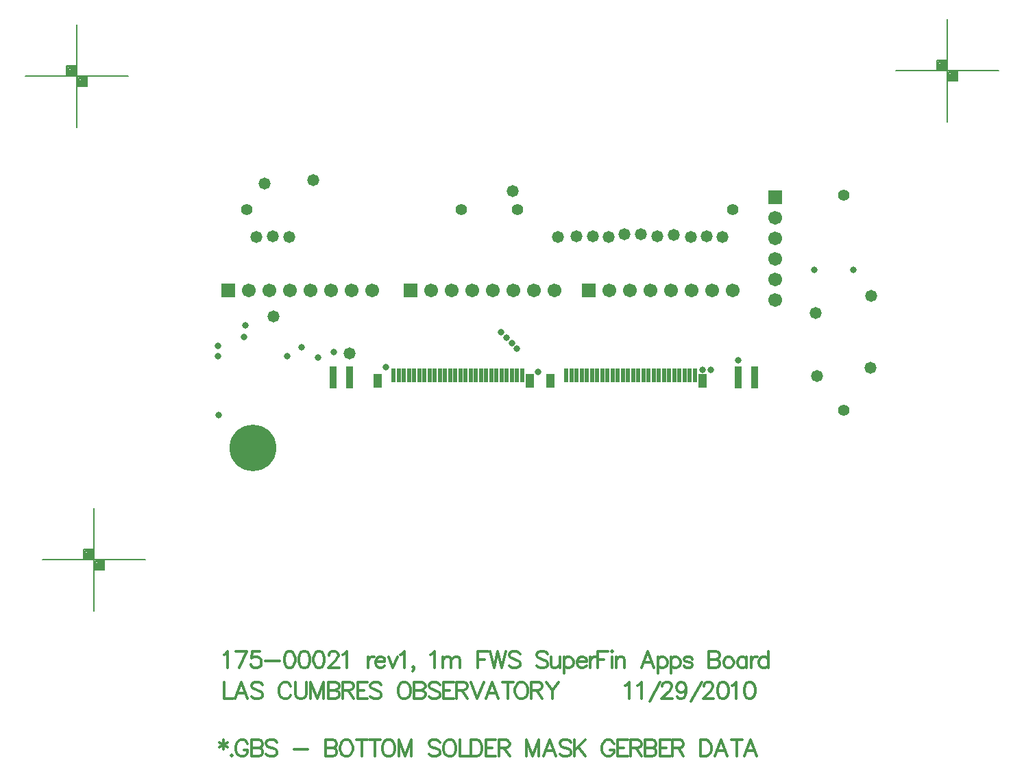
<source format=gbs>
%FSLAX23Y23*%
%MOIN*%
G70*
G01*
G75*
G04 Layer_Color=16711935*
%ADD10O,0.079X0.024*%
%ADD11R,0.017X0.045*%
%ADD12R,0.014X0.060*%
%ADD13R,0.030X0.100*%
%ADD14R,0.031X0.060*%
%ADD15R,0.022X0.085*%
%ADD16R,0.039X0.059*%
%ADD17R,0.085X0.022*%
%ADD18C,0.020*%
%ADD19C,0.010*%
%ADD20C,0.025*%
%ADD21C,0.050*%
%ADD22C,0.005*%
%ADD23C,0.012*%
%ADD24C,0.008*%
%ADD25C,0.012*%
%ADD26C,0.012*%
%ADD27C,0.059*%
%ADD28R,0.059X0.059*%
%ADD29R,0.059X0.059*%
%ADD30C,0.047*%
%ADD31C,0.219*%
%ADD32C,0.050*%
%ADD33C,0.024*%
%ADD34C,0.040*%
%ADD35C,0.075*%
%ADD36C,0.087*%
%ADD37C,0.206*%
%ADD38C,0.068*%
G04:AMPARAMS|DCode=39|XSize=88mil|YSize=88mil|CornerRadius=0mil|HoleSize=0mil|Usage=FLASHONLY|Rotation=0.000|XOffset=0mil|YOffset=0mil|HoleType=Round|Shape=Relief|Width=10mil|Gap=10mil|Entries=4|*
%AMTHD39*
7,0,0,0.088,0.068,0.010,45*
%
%ADD39THD39*%
G04:AMPARAMS|DCode=40|XSize=70mil|YSize=70mil|CornerRadius=0mil|HoleSize=0mil|Usage=FLASHONLY|Rotation=0.000|XOffset=0mil|YOffset=0mil|HoleType=Round|Shape=Relief|Width=10mil|Gap=10mil|Entries=4|*
%AMTHD40*
7,0,0,0.070,0.050,0.010,45*
%
%ADD40THD40*%
%ADD41C,0.010*%
%ADD42C,0.008*%
%ADD43C,0.007*%
%ADD44R,0.224X0.139*%
%ADD45O,0.087X0.032*%
%ADD46R,0.025X0.053*%
%ADD47R,0.022X0.068*%
%ADD48R,0.038X0.108*%
%ADD49R,0.039X0.068*%
%ADD50R,0.030X0.093*%
%ADD51R,0.047X0.067*%
%ADD52R,0.093X0.030*%
%ADD53C,0.067*%
%ADD54R,0.067X0.067*%
%ADD55R,0.067X0.067*%
%ADD56C,0.055*%
%ADD57C,0.227*%
%ADD58C,0.058*%
%ADD59C,0.032*%
D23*
X31156Y16829D02*
Y16783D01*
X31137Y16817D02*
X31175Y16794D01*
Y16817D02*
X31137Y16794D01*
X31196Y16756D02*
X31192Y16753D01*
X31196Y16749D01*
X31199Y16753D01*
X31196Y16756D01*
X31274Y16810D02*
X31270Y16817D01*
X31263Y16825D01*
X31255Y16829D01*
X31240D01*
X31232Y16825D01*
X31224Y16817D01*
X31221Y16810D01*
X31217Y16798D01*
Y16779D01*
X31221Y16768D01*
X31224Y16760D01*
X31232Y16753D01*
X31240Y16749D01*
X31255D01*
X31263Y16753D01*
X31270Y16760D01*
X31274Y16768D01*
Y16779D01*
X31255D02*
X31274D01*
X31292Y16829D02*
Y16749D01*
Y16829D02*
X31327D01*
X31338Y16825D01*
X31342Y16821D01*
X31346Y16814D01*
Y16806D01*
X31342Y16798D01*
X31338Y16794D01*
X31327Y16791D01*
X31292D02*
X31327D01*
X31338Y16787D01*
X31342Y16783D01*
X31346Y16775D01*
Y16764D01*
X31342Y16756D01*
X31338Y16753D01*
X31327Y16749D01*
X31292D01*
X31417Y16817D02*
X31409Y16825D01*
X31398Y16829D01*
X31383D01*
X31371Y16825D01*
X31363Y16817D01*
Y16810D01*
X31367Y16802D01*
X31371Y16798D01*
X31379Y16794D01*
X31402Y16787D01*
X31409Y16783D01*
X31413Y16779D01*
X31417Y16772D01*
Y16760D01*
X31409Y16753D01*
X31398Y16749D01*
X31383D01*
X31371Y16753D01*
X31363Y16760D01*
X31498Y16783D02*
X31566D01*
X31653Y16829D02*
Y16749D01*
Y16829D02*
X31687D01*
X31698Y16825D01*
X31702Y16821D01*
X31706Y16814D01*
Y16806D01*
X31702Y16798D01*
X31698Y16794D01*
X31687Y16791D01*
X31653D02*
X31687D01*
X31698Y16787D01*
X31702Y16783D01*
X31706Y16775D01*
Y16764D01*
X31702Y16756D01*
X31698Y16753D01*
X31687Y16749D01*
X31653D01*
X31747Y16829D02*
X31739Y16825D01*
X31731Y16817D01*
X31728Y16810D01*
X31724Y16798D01*
Y16779D01*
X31728Y16768D01*
X31731Y16760D01*
X31739Y16753D01*
X31747Y16749D01*
X31762D01*
X31770Y16753D01*
X31777Y16760D01*
X31781Y16768D01*
X31785Y16779D01*
Y16798D01*
X31781Y16810D01*
X31777Y16817D01*
X31770Y16825D01*
X31762Y16829D01*
X31747D01*
X31830D02*
Y16749D01*
X31803Y16829D02*
X31857D01*
X31893D02*
Y16749D01*
X31866Y16829D02*
X31920D01*
X31952D02*
X31944Y16825D01*
X31937Y16817D01*
X31933Y16810D01*
X31929Y16798D01*
Y16779D01*
X31933Y16768D01*
X31937Y16760D01*
X31944Y16753D01*
X31952Y16749D01*
X31967D01*
X31975Y16753D01*
X31982Y16760D01*
X31986Y16768D01*
X31990Y16779D01*
Y16798D01*
X31986Y16810D01*
X31982Y16817D01*
X31975Y16825D01*
X31967Y16829D01*
X31952D01*
X32009D02*
Y16749D01*
Y16829D02*
X32039Y16749D01*
X32070Y16829D02*
X32039Y16749D01*
X32070Y16829D02*
Y16749D01*
X32209Y16817D02*
X32201Y16825D01*
X32190Y16829D01*
X32174D01*
X32163Y16825D01*
X32155Y16817D01*
Y16810D01*
X32159Y16802D01*
X32163Y16798D01*
X32171Y16794D01*
X32193Y16787D01*
X32201Y16783D01*
X32205Y16779D01*
X32209Y16772D01*
Y16760D01*
X32201Y16753D01*
X32190Y16749D01*
X32174D01*
X32163Y16753D01*
X32155Y16760D01*
X32249Y16829D02*
X32242Y16825D01*
X32234Y16817D01*
X32230Y16810D01*
X32227Y16798D01*
Y16779D01*
X32230Y16768D01*
X32234Y16760D01*
X32242Y16753D01*
X32249Y16749D01*
X32265D01*
X32272Y16753D01*
X32280Y16760D01*
X32284Y16768D01*
X32287Y16779D01*
Y16798D01*
X32284Y16810D01*
X32280Y16817D01*
X32272Y16825D01*
X32265Y16829D01*
X32249D01*
X32306D02*
Y16749D01*
X32352D01*
X32361Y16829D02*
Y16749D01*
Y16829D02*
X32387D01*
X32399Y16825D01*
X32406Y16817D01*
X32410Y16810D01*
X32414Y16798D01*
Y16779D01*
X32410Y16768D01*
X32406Y16760D01*
X32399Y16753D01*
X32387Y16749D01*
X32361D01*
X32481Y16829D02*
X32432D01*
Y16749D01*
X32481D01*
X32432Y16791D02*
X32462D01*
X32495Y16829D02*
Y16749D01*
Y16829D02*
X32529D01*
X32540Y16825D01*
X32544Y16821D01*
X32548Y16814D01*
Y16806D01*
X32544Y16798D01*
X32540Y16794D01*
X32529Y16791D01*
X32495D01*
X32521D02*
X32548Y16749D01*
X32629Y16829D02*
Y16749D01*
Y16829D02*
X32659Y16749D01*
X32690Y16829D02*
X32659Y16749D01*
X32690Y16829D02*
Y16749D01*
X32773D02*
X32743Y16829D01*
X32713Y16749D01*
X32724Y16775D02*
X32762D01*
X32845Y16817D02*
X32838Y16825D01*
X32826Y16829D01*
X32811D01*
X32800Y16825D01*
X32792Y16817D01*
Y16810D01*
X32796Y16802D01*
X32800Y16798D01*
X32807Y16794D01*
X32830Y16787D01*
X32838Y16783D01*
X32842Y16779D01*
X32845Y16772D01*
Y16760D01*
X32838Y16753D01*
X32826Y16749D01*
X32811D01*
X32800Y16753D01*
X32792Y16760D01*
X32863Y16829D02*
Y16749D01*
X32917Y16829D02*
X32863Y16775D01*
X32882Y16794D02*
X32917Y16749D01*
X33055Y16810D02*
X33051Y16817D01*
X33043Y16825D01*
X33036Y16829D01*
X33020D01*
X33013Y16825D01*
X33005Y16817D01*
X33001Y16810D01*
X32997Y16798D01*
Y16779D01*
X33001Y16768D01*
X33005Y16760D01*
X33013Y16753D01*
X33020Y16749D01*
X33036D01*
X33043Y16753D01*
X33051Y16760D01*
X33055Y16768D01*
Y16779D01*
X33036D02*
X33055D01*
X33122Y16829D02*
X33073D01*
Y16749D01*
X33122D01*
X33073Y16791D02*
X33103D01*
X33136Y16829D02*
Y16749D01*
Y16829D02*
X33170D01*
X33181Y16825D01*
X33185Y16821D01*
X33189Y16814D01*
Y16806D01*
X33185Y16798D01*
X33181Y16794D01*
X33170Y16791D01*
X33136D01*
X33162D02*
X33189Y16749D01*
X33207Y16829D02*
Y16749D01*
Y16829D02*
X33241D01*
X33253Y16825D01*
X33256Y16821D01*
X33260Y16814D01*
Y16806D01*
X33256Y16798D01*
X33253Y16794D01*
X33241Y16791D01*
X33207D02*
X33241D01*
X33253Y16787D01*
X33256Y16783D01*
X33260Y16775D01*
Y16764D01*
X33256Y16756D01*
X33253Y16753D01*
X33241Y16749D01*
X33207D01*
X33328Y16829D02*
X33278D01*
Y16749D01*
X33328D01*
X33278Y16791D02*
X33309D01*
X33341Y16829D02*
Y16749D01*
Y16829D02*
X33375D01*
X33387Y16825D01*
X33390Y16821D01*
X33394Y16814D01*
Y16806D01*
X33390Y16798D01*
X33387Y16794D01*
X33375Y16791D01*
X33341D01*
X33368D02*
X33394Y16749D01*
X33475Y16829D02*
Y16749D01*
Y16829D02*
X33502D01*
X33513Y16825D01*
X33521Y16817D01*
X33525Y16810D01*
X33528Y16798D01*
Y16779D01*
X33525Y16768D01*
X33521Y16760D01*
X33513Y16753D01*
X33502Y16749D01*
X33475D01*
X33607D02*
X33577Y16829D01*
X33546Y16749D01*
X33558Y16775D02*
X33596D01*
X33653Y16829D02*
Y16749D01*
X33626Y16829D02*
X33679D01*
X33750Y16749D02*
X33719Y16829D01*
X33689Y16749D01*
X33700Y16775D02*
X33738D01*
D24*
X34427Y20086D02*
X34927D01*
X34677Y19836D02*
Y20336D01*
X34627Y20086D02*
Y20136D01*
X34677D01*
X34727Y20036D02*
Y20086D01*
X34677Y20036D02*
X34727D01*
X34682Y20081D02*
X34722D01*
Y20041D02*
Y20081D01*
X34682Y20041D02*
X34722D01*
X34682D02*
Y20081D01*
X34687Y20076D02*
X34717D01*
Y20046D02*
Y20076D01*
X34687Y20046D02*
X34717D01*
X34687D02*
Y20071D01*
X34692D02*
X34712D01*
Y20051D02*
Y20071D01*
X34692Y20051D02*
X34712D01*
X34692D02*
Y20066D01*
X34697D02*
X34707D01*
Y20056D02*
Y20066D01*
X34697Y20056D02*
X34707D01*
X34697D02*
Y20066D01*
Y20061D02*
X34707D01*
X34632Y20131D02*
X34672D01*
Y20091D02*
Y20131D01*
X34632Y20091D02*
X34672D01*
X34632D02*
Y20131D01*
X34637Y20126D02*
X34667D01*
Y20096D02*
Y20126D01*
X34637Y20096D02*
X34667D01*
X34637D02*
Y20121D01*
X34642D02*
X34662D01*
Y20101D02*
Y20121D01*
X34642Y20101D02*
X34662D01*
X34642D02*
Y20116D01*
X34647D02*
X34657D01*
Y20106D02*
Y20116D01*
X34647Y20106D02*
X34657D01*
X34647D02*
Y20116D01*
Y20111D02*
X34657D01*
X30192Y20061D02*
X30692D01*
X30442Y19811D02*
Y20311D01*
X30392Y20061D02*
Y20111D01*
X30442D01*
X30492Y20011D02*
Y20061D01*
X30442Y20011D02*
X30492D01*
X30447Y20056D02*
X30487D01*
Y20016D02*
Y20056D01*
X30447Y20016D02*
X30487D01*
X30447D02*
Y20056D01*
X30452Y20051D02*
X30482D01*
Y20021D02*
Y20051D01*
X30452Y20021D02*
X30482D01*
X30452D02*
Y20046D01*
X30457D02*
X30477D01*
Y20026D02*
Y20046D01*
X30457Y20026D02*
X30477D01*
X30457D02*
Y20041D01*
X30462D02*
X30472D01*
Y20031D02*
Y20041D01*
X30462Y20031D02*
X30472D01*
X30462D02*
Y20041D01*
Y20036D02*
X30472D01*
X30397Y20106D02*
X30437D01*
Y20066D02*
Y20106D01*
X30397Y20066D02*
X30437D01*
X30397D02*
Y20106D01*
X30402Y20101D02*
X30432D01*
Y20071D02*
Y20101D01*
X30402Y20071D02*
X30432D01*
X30402D02*
Y20096D01*
X30407D02*
X30427D01*
Y20076D02*
Y20096D01*
X30407Y20076D02*
X30427D01*
X30407D02*
Y20091D01*
X30412D02*
X30422D01*
Y20081D02*
Y20091D01*
X30412Y20081D02*
X30422D01*
X30412D02*
Y20091D01*
Y20086D02*
X30422D01*
X30277Y17706D02*
X30777D01*
X30527Y17456D02*
Y17956D01*
X30477Y17706D02*
Y17756D01*
X30527D01*
X30577Y17656D02*
Y17706D01*
X30527Y17656D02*
X30577D01*
X30532Y17701D02*
X30572D01*
Y17661D02*
Y17701D01*
X30532Y17661D02*
X30572D01*
X30532D02*
Y17701D01*
X30537Y17696D02*
X30567D01*
Y17666D02*
Y17696D01*
X30537Y17666D02*
X30567D01*
X30537D02*
Y17691D01*
X30542D02*
X30562D01*
Y17671D02*
Y17691D01*
X30542Y17671D02*
X30562D01*
X30542D02*
Y17686D01*
X30547D02*
X30557D01*
Y17676D02*
Y17686D01*
X30547Y17676D02*
X30557D01*
X30547D02*
Y17686D01*
Y17681D02*
X30557D01*
X30482Y17751D02*
X30522D01*
Y17711D02*
Y17751D01*
X30482Y17711D02*
X30522D01*
X30482D02*
Y17751D01*
X30487Y17746D02*
X30517D01*
Y17716D02*
Y17746D01*
X30487Y17716D02*
X30517D01*
X30487D02*
Y17741D01*
X30492D02*
X30512D01*
Y17721D02*
Y17741D01*
X30492Y17721D02*
X30512D01*
X30492D02*
Y17736D01*
X30497D02*
X30507D01*
Y17726D02*
Y17736D01*
X30497Y17726D02*
X30507D01*
X30497D02*
Y17736D01*
Y17731D02*
X30507D01*
D25*
X31158Y17244D02*
X31166Y17248D01*
X31177Y17259D01*
Y17179D01*
X31270Y17259D02*
X31232Y17179D01*
X31217Y17259D02*
X31270D01*
X31334D02*
X31296D01*
X31292Y17225D01*
X31296Y17229D01*
X31307Y17233D01*
X31319D01*
X31330Y17229D01*
X31338Y17221D01*
X31341Y17210D01*
Y17202D01*
X31338Y17191D01*
X31330Y17183D01*
X31319Y17179D01*
X31307D01*
X31296Y17183D01*
X31292Y17187D01*
X31288Y17195D01*
X31359Y17214D02*
X31428D01*
X31474Y17259D02*
X31463Y17256D01*
X31455Y17244D01*
X31452Y17225D01*
Y17214D01*
X31455Y17195D01*
X31463Y17183D01*
X31474Y17179D01*
X31482D01*
X31493Y17183D01*
X31501Y17195D01*
X31505Y17214D01*
Y17225D01*
X31501Y17244D01*
X31493Y17256D01*
X31482Y17259D01*
X31474D01*
X31546D02*
X31534Y17256D01*
X31527Y17244D01*
X31523Y17225D01*
Y17214D01*
X31527Y17195D01*
X31534Y17183D01*
X31546Y17179D01*
X31553D01*
X31565Y17183D01*
X31572Y17195D01*
X31576Y17214D01*
Y17225D01*
X31572Y17244D01*
X31565Y17256D01*
X31553Y17259D01*
X31546D01*
X31617D02*
X31605Y17256D01*
X31598Y17244D01*
X31594Y17225D01*
Y17214D01*
X31598Y17195D01*
X31605Y17183D01*
X31617Y17179D01*
X31624D01*
X31636Y17183D01*
X31644Y17195D01*
X31647Y17214D01*
Y17225D01*
X31644Y17244D01*
X31636Y17256D01*
X31624Y17259D01*
X31617D01*
X31669Y17240D02*
Y17244D01*
X31673Y17252D01*
X31677Y17256D01*
X31684Y17259D01*
X31700D01*
X31707Y17256D01*
X31711Y17252D01*
X31715Y17244D01*
Y17237D01*
X31711Y17229D01*
X31703Y17217D01*
X31665Y17179D01*
X31719D01*
X31736Y17244D02*
X31744Y17248D01*
X31755Y17259D01*
Y17179D01*
X31858Y17233D02*
Y17179D01*
Y17210D02*
X31862Y17221D01*
X31869Y17229D01*
X31877Y17233D01*
X31888D01*
X31896Y17210D02*
X31941D01*
Y17217D01*
X31938Y17225D01*
X31934Y17229D01*
X31926Y17233D01*
X31915D01*
X31907Y17229D01*
X31899Y17221D01*
X31896Y17210D01*
Y17202D01*
X31899Y17191D01*
X31907Y17183D01*
X31915Y17179D01*
X31926D01*
X31934Y17183D01*
X31941Y17191D01*
X31958Y17233D02*
X31981Y17179D01*
X32004Y17233D02*
X31981Y17179D01*
X32017Y17244D02*
X32025Y17248D01*
X32036Y17259D01*
Y17179D01*
X32083Y17183D02*
X32080Y17179D01*
X32076Y17183D01*
X32080Y17187D01*
X32083Y17183D01*
Y17176D01*
X32080Y17168D01*
X32076Y17164D01*
X32164Y17244D02*
X32171Y17248D01*
X32183Y17259D01*
Y17179D01*
X32222Y17233D02*
Y17179D01*
Y17217D02*
X32234Y17229D01*
X32241Y17233D01*
X32253D01*
X32261Y17229D01*
X32264Y17217D01*
Y17179D01*
Y17217D02*
X32276Y17229D01*
X32283Y17233D01*
X32295D01*
X32302Y17229D01*
X32306Y17217D01*
Y17179D01*
X32394Y17259D02*
Y17179D01*
Y17259D02*
X32444D01*
X32394Y17221D02*
X32425D01*
X32453Y17259D02*
X32472Y17179D01*
X32491Y17259D02*
X32472Y17179D01*
X32491Y17259D02*
X32510Y17179D01*
X32529Y17259D02*
X32510Y17179D01*
X32598Y17248D02*
X32591Y17256D01*
X32579Y17259D01*
X32564D01*
X32553Y17256D01*
X32545Y17248D01*
Y17240D01*
X32549Y17233D01*
X32553Y17229D01*
X32560Y17225D01*
X32583Y17217D01*
X32591Y17214D01*
X32595Y17210D01*
X32598Y17202D01*
Y17191D01*
X32591Y17183D01*
X32579Y17179D01*
X32564D01*
X32553Y17183D01*
X32545Y17191D01*
X32732Y17248D02*
X32725Y17256D01*
X32713Y17259D01*
X32698D01*
X32687Y17256D01*
X32679Y17248D01*
Y17240D01*
X32683Y17233D01*
X32687Y17229D01*
X32694Y17225D01*
X32717Y17217D01*
X32725Y17214D01*
X32729Y17210D01*
X32732Y17202D01*
Y17191D01*
X32725Y17183D01*
X32713Y17179D01*
X32698D01*
X32687Y17183D01*
X32679Y17191D01*
X32750Y17233D02*
Y17195D01*
X32754Y17183D01*
X32762Y17179D01*
X32773D01*
X32781Y17183D01*
X32792Y17195D01*
Y17233D02*
Y17179D01*
X32813Y17233D02*
Y17153D01*
Y17221D02*
X32821Y17229D01*
X32828Y17233D01*
X32840D01*
X32847Y17229D01*
X32855Y17221D01*
X32859Y17210D01*
Y17202D01*
X32855Y17191D01*
X32847Y17183D01*
X32840Y17179D01*
X32828D01*
X32821Y17183D01*
X32813Y17191D01*
X32876Y17210D02*
X32922D01*
Y17217D01*
X32918Y17225D01*
X32914Y17229D01*
X32906Y17233D01*
X32895D01*
X32887Y17229D01*
X32880Y17221D01*
X32876Y17210D01*
Y17202D01*
X32880Y17191D01*
X32887Y17183D01*
X32895Y17179D01*
X32906D01*
X32914Y17183D01*
X32922Y17191D01*
X32939Y17233D02*
Y17179D01*
Y17210D02*
X32943Y17221D01*
X32950Y17229D01*
X32958Y17233D01*
X32969D01*
X32977Y17259D02*
Y17179D01*
Y17259D02*
X33026D01*
X32977Y17221D02*
X33007D01*
X33043Y17259D02*
X33047Y17256D01*
X33050Y17259D01*
X33047Y17263D01*
X33043Y17259D01*
X33047Y17233D02*
Y17179D01*
X33065Y17233D02*
Y17179D01*
Y17217D02*
X33076Y17229D01*
X33084Y17233D01*
X33095D01*
X33103Y17229D01*
X33106Y17217D01*
Y17179D01*
X33251D02*
X33221Y17259D01*
X33190Y17179D01*
X33202Y17206D02*
X33240D01*
X33270Y17233D02*
Y17153D01*
Y17221D02*
X33277Y17229D01*
X33285Y17233D01*
X33297D01*
X33304Y17229D01*
X33312Y17221D01*
X33316Y17210D01*
Y17202D01*
X33312Y17191D01*
X33304Y17183D01*
X33297Y17179D01*
X33285D01*
X33277Y17183D01*
X33270Y17191D01*
X33333Y17233D02*
Y17153D01*
Y17221D02*
X33340Y17229D01*
X33348Y17233D01*
X33359D01*
X33367Y17229D01*
X33375Y17221D01*
X33378Y17210D01*
Y17202D01*
X33375Y17191D01*
X33367Y17183D01*
X33359Y17179D01*
X33348D01*
X33340Y17183D01*
X33333Y17191D01*
X33437Y17221D02*
X33434Y17229D01*
X33422Y17233D01*
X33411D01*
X33399Y17229D01*
X33396Y17221D01*
X33399Y17214D01*
X33407Y17210D01*
X33426Y17206D01*
X33434Y17202D01*
X33437Y17195D01*
Y17191D01*
X33434Y17183D01*
X33422Y17179D01*
X33411D01*
X33399Y17183D01*
X33396Y17191D01*
X33517Y17259D02*
Y17179D01*
Y17259D02*
X33551D01*
X33563Y17256D01*
X33567Y17252D01*
X33570Y17244D01*
Y17237D01*
X33567Y17229D01*
X33563Y17225D01*
X33551Y17221D01*
X33517D02*
X33551D01*
X33563Y17217D01*
X33567Y17214D01*
X33570Y17206D01*
Y17195D01*
X33567Y17187D01*
X33563Y17183D01*
X33551Y17179D01*
X33517D01*
X33607Y17233D02*
X33600Y17229D01*
X33592Y17221D01*
X33588Y17210D01*
Y17202D01*
X33592Y17191D01*
X33600Y17183D01*
X33607Y17179D01*
X33619D01*
X33626Y17183D01*
X33634Y17191D01*
X33638Y17202D01*
Y17210D01*
X33634Y17221D01*
X33626Y17229D01*
X33619Y17233D01*
X33607D01*
X33701D02*
Y17179D01*
Y17221D02*
X33693Y17229D01*
X33686Y17233D01*
X33674D01*
X33667Y17229D01*
X33659Y17221D01*
X33655Y17210D01*
Y17202D01*
X33659Y17191D01*
X33667Y17183D01*
X33674Y17179D01*
X33686D01*
X33693Y17183D01*
X33701Y17191D01*
X33722Y17233D02*
Y17179D01*
Y17210D02*
X33726Y17221D01*
X33734Y17229D01*
X33741Y17233D01*
X33753D01*
X33806Y17259D02*
Y17179D01*
Y17221D02*
X33798Y17229D01*
X33790Y17233D01*
X33779D01*
X33771Y17229D01*
X33764Y17221D01*
X33760Y17210D01*
Y17202D01*
X33764Y17191D01*
X33771Y17183D01*
X33779Y17179D01*
X33790D01*
X33798Y17183D01*
X33806Y17191D01*
D26*
X31158Y17109D02*
Y17029D01*
X31204D01*
X31274D02*
X31243Y17109D01*
X31213Y17029D01*
X31224Y17056D02*
X31262D01*
X31346Y17098D02*
X31338Y17106D01*
X31327Y17109D01*
X31311D01*
X31300Y17106D01*
X31292Y17098D01*
Y17090D01*
X31296Y17083D01*
X31300Y17079D01*
X31308Y17075D01*
X31330Y17067D01*
X31338Y17064D01*
X31342Y17060D01*
X31346Y17052D01*
Y17041D01*
X31338Y17033D01*
X31327Y17029D01*
X31311D01*
X31300Y17033D01*
X31292Y17041D01*
X31484Y17090D02*
X31480Y17098D01*
X31472Y17106D01*
X31465Y17109D01*
X31449D01*
X31442Y17106D01*
X31434Y17098D01*
X31430Y17090D01*
X31426Y17079D01*
Y17060D01*
X31430Y17048D01*
X31434Y17041D01*
X31442Y17033D01*
X31449Y17029D01*
X31465D01*
X31472Y17033D01*
X31480Y17041D01*
X31484Y17048D01*
X31506Y17109D02*
Y17052D01*
X31510Y17041D01*
X31517Y17033D01*
X31529Y17029D01*
X31536D01*
X31548Y17033D01*
X31556Y17041D01*
X31559Y17052D01*
Y17109D01*
X31581D02*
Y17029D01*
Y17109D02*
X31612Y17029D01*
X31642Y17109D02*
X31612Y17029D01*
X31642Y17109D02*
Y17029D01*
X31665Y17109D02*
Y17029D01*
Y17109D02*
X31700D01*
X31711Y17106D01*
X31715Y17102D01*
X31719Y17094D01*
Y17086D01*
X31715Y17079D01*
X31711Y17075D01*
X31700Y17071D01*
X31665D02*
X31700D01*
X31711Y17067D01*
X31715Y17064D01*
X31719Y17056D01*
Y17045D01*
X31715Y17037D01*
X31711Y17033D01*
X31700Y17029D01*
X31665D01*
X31736Y17109D02*
Y17029D01*
Y17109D02*
X31771D01*
X31782Y17106D01*
X31786Y17102D01*
X31790Y17094D01*
Y17086D01*
X31786Y17079D01*
X31782Y17075D01*
X31771Y17071D01*
X31736D01*
X31763D02*
X31790Y17029D01*
X31857Y17109D02*
X31808D01*
Y17029D01*
X31857D01*
X31808Y17071D02*
X31838D01*
X31924Y17098D02*
X31916Y17106D01*
X31905Y17109D01*
X31890D01*
X31878Y17106D01*
X31871Y17098D01*
Y17090D01*
X31874Y17083D01*
X31878Y17079D01*
X31886Y17075D01*
X31909Y17067D01*
X31916Y17064D01*
X31920Y17060D01*
X31924Y17052D01*
Y17041D01*
X31916Y17033D01*
X31905Y17029D01*
X31890D01*
X31878Y17033D01*
X31871Y17041D01*
X32027Y17109D02*
X32020Y17106D01*
X32012Y17098D01*
X32008Y17090D01*
X32005Y17079D01*
Y17060D01*
X32008Y17048D01*
X32012Y17041D01*
X32020Y17033D01*
X32027Y17029D01*
X32043D01*
X32050Y17033D01*
X32058Y17041D01*
X32062Y17048D01*
X32066Y17060D01*
Y17079D01*
X32062Y17090D01*
X32058Y17098D01*
X32050Y17106D01*
X32043Y17109D01*
X32027D01*
X32084D02*
Y17029D01*
Y17109D02*
X32118D01*
X32130Y17106D01*
X32134Y17102D01*
X32138Y17094D01*
Y17086D01*
X32134Y17079D01*
X32130Y17075D01*
X32118Y17071D01*
X32084D02*
X32118D01*
X32130Y17067D01*
X32134Y17064D01*
X32138Y17056D01*
Y17045D01*
X32134Y17037D01*
X32130Y17033D01*
X32118Y17029D01*
X32084D01*
X32209Y17098D02*
X32201Y17106D01*
X32190Y17109D01*
X32174D01*
X32163Y17106D01*
X32155Y17098D01*
Y17090D01*
X32159Y17083D01*
X32163Y17079D01*
X32171Y17075D01*
X32193Y17067D01*
X32201Y17064D01*
X32205Y17060D01*
X32209Y17052D01*
Y17041D01*
X32201Y17033D01*
X32190Y17029D01*
X32174D01*
X32163Y17033D01*
X32155Y17041D01*
X32276Y17109D02*
X32227D01*
Y17029D01*
X32276D01*
X32227Y17071D02*
X32257D01*
X32289Y17109D02*
Y17029D01*
Y17109D02*
X32324D01*
X32335Y17106D01*
X32339Y17102D01*
X32343Y17094D01*
Y17086D01*
X32339Y17079D01*
X32335Y17075D01*
X32324Y17071D01*
X32289D01*
X32316D02*
X32343Y17029D01*
X32361Y17109D02*
X32391Y17029D01*
X32422Y17109D02*
X32391Y17029D01*
X32493D02*
X32462Y17109D01*
X32432Y17029D01*
X32443Y17056D02*
X32481D01*
X32538Y17109D02*
Y17029D01*
X32512Y17109D02*
X32565D01*
X32597D02*
X32590Y17106D01*
X32582Y17098D01*
X32578Y17090D01*
X32574Y17079D01*
Y17060D01*
X32578Y17048D01*
X32582Y17041D01*
X32590Y17033D01*
X32597Y17029D01*
X32612D01*
X32620Y17033D01*
X32628Y17041D01*
X32632Y17048D01*
X32635Y17060D01*
Y17079D01*
X32632Y17090D01*
X32628Y17098D01*
X32620Y17106D01*
X32612Y17109D01*
X32597D01*
X32654D02*
Y17029D01*
Y17109D02*
X32688D01*
X32700Y17106D01*
X32703Y17102D01*
X32707Y17094D01*
Y17086D01*
X32703Y17079D01*
X32700Y17075D01*
X32688Y17071D01*
X32654D01*
X32681D02*
X32707Y17029D01*
X32725Y17109D02*
X32756Y17071D01*
Y17029D01*
X32786Y17109D02*
X32756Y17071D01*
X33111Y17094D02*
X33118Y17098D01*
X33130Y17109D01*
Y17029D01*
X33169Y17094D02*
X33177Y17098D01*
X33188Y17109D01*
Y17029D01*
X33228Y17018D02*
X33281Y17109D01*
X33290Y17090D02*
Y17094D01*
X33294Y17102D01*
X33298Y17106D01*
X33306Y17109D01*
X33321D01*
X33328Y17106D01*
X33332Y17102D01*
X33336Y17094D01*
Y17086D01*
X33332Y17079D01*
X33325Y17067D01*
X33287Y17029D01*
X33340D01*
X33407Y17083D02*
X33404Y17071D01*
X33396Y17064D01*
X33384Y17060D01*
X33381D01*
X33369Y17064D01*
X33362Y17071D01*
X33358Y17083D01*
Y17086D01*
X33362Y17098D01*
X33369Y17106D01*
X33381Y17109D01*
X33384D01*
X33396Y17106D01*
X33404Y17098D01*
X33407Y17083D01*
Y17064D01*
X33404Y17045D01*
X33396Y17033D01*
X33384Y17029D01*
X33377D01*
X33365Y17033D01*
X33362Y17041D01*
X33429Y17018D02*
X33482Y17109D01*
X33492Y17090D02*
Y17094D01*
X33495Y17102D01*
X33499Y17106D01*
X33507Y17109D01*
X33522D01*
X33530Y17106D01*
X33533Y17102D01*
X33537Y17094D01*
Y17086D01*
X33533Y17079D01*
X33526Y17067D01*
X33488Y17029D01*
X33541D01*
X33582Y17109D02*
X33570Y17106D01*
X33563Y17094D01*
X33559Y17075D01*
Y17064D01*
X33563Y17045D01*
X33570Y17033D01*
X33582Y17029D01*
X33589D01*
X33601Y17033D01*
X33608Y17045D01*
X33612Y17064D01*
Y17075D01*
X33608Y17094D01*
X33601Y17106D01*
X33589Y17109D01*
X33582D01*
X33630Y17094D02*
X33638Y17098D01*
X33649Y17109D01*
Y17029D01*
X33712Y17109D02*
X33700Y17106D01*
X33693Y17094D01*
X33689Y17075D01*
Y17064D01*
X33693Y17045D01*
X33700Y17033D01*
X33712Y17029D01*
X33719D01*
X33731Y17033D01*
X33738Y17045D01*
X33742Y17064D01*
Y17075D01*
X33738Y17094D01*
X33731Y17106D01*
X33719Y17109D01*
X33712D01*
D47*
X33449Y18602D02*
D03*
X33424D02*
D03*
X33399D02*
D03*
X33374D02*
D03*
X33349D02*
D03*
X33324D02*
D03*
X33299D02*
D03*
X33274D02*
D03*
X33249D02*
D03*
X33224D02*
D03*
X33199D02*
D03*
X33174D02*
D03*
X33149D02*
D03*
X33124D02*
D03*
X33099D02*
D03*
X33074D02*
D03*
X33049D02*
D03*
X33024D02*
D03*
X32999D02*
D03*
X32974D02*
D03*
X32949D02*
D03*
X32924D02*
D03*
X32899D02*
D03*
X32874D02*
D03*
X32849D02*
D03*
X32824D02*
D03*
X32608Y18603D02*
D03*
X32583D02*
D03*
X32558D02*
D03*
X32533D02*
D03*
X32508D02*
D03*
X32483D02*
D03*
X32458D02*
D03*
X32433D02*
D03*
X32408D02*
D03*
X32383D02*
D03*
X32358D02*
D03*
X32333D02*
D03*
X32308D02*
D03*
X32283D02*
D03*
X32258D02*
D03*
X32233D02*
D03*
X32208D02*
D03*
X32183D02*
D03*
X32158D02*
D03*
X32133D02*
D03*
X32108D02*
D03*
X32083D02*
D03*
X32058D02*
D03*
X32033D02*
D03*
X32008D02*
D03*
X31983D02*
D03*
D48*
X31691Y18593D02*
D03*
X31770D02*
D03*
X33661Y18593D02*
D03*
X33740D02*
D03*
D49*
X33486Y18575D02*
D03*
X32746D02*
D03*
X31906D02*
D03*
X32646D02*
D03*
D53*
X33632Y19016D02*
D03*
X33532D02*
D03*
X33432D02*
D03*
X33332D02*
D03*
X33232D02*
D03*
X33132D02*
D03*
X33032D02*
D03*
X33838Y19369D02*
D03*
Y19269D02*
D03*
Y19169D02*
D03*
Y19069D02*
D03*
Y18969D02*
D03*
X32766Y19016D02*
D03*
X32666D02*
D03*
X32566D02*
D03*
X32466D02*
D03*
X32366D02*
D03*
X32266D02*
D03*
X32166D02*
D03*
X31880D02*
D03*
X31780D02*
D03*
X31680D02*
D03*
X31580D02*
D03*
X31480D02*
D03*
X31380D02*
D03*
X31280D02*
D03*
D54*
X32932D02*
D03*
X32066D02*
D03*
X31180D02*
D03*
D55*
X33838Y19469D02*
D03*
D56*
X31268Y19410D02*
D03*
X32313D02*
D03*
X34172Y19480D02*
D03*
Y18434D02*
D03*
X32587Y19410D02*
D03*
X33632D02*
D03*
D57*
X31298Y18250D02*
D03*
D58*
X34307Y18991D02*
D03*
X34037Y18906D02*
D03*
X34302Y18641D02*
D03*
X34042Y18601D02*
D03*
X32872Y19281D02*
D03*
X32952Y19281D02*
D03*
X33107Y19291D02*
D03*
X33187D02*
D03*
X33346Y19287D02*
D03*
X33582Y19276D02*
D03*
X31397Y19281D02*
D03*
X31317Y19276D02*
D03*
X31357Y19536D02*
D03*
X31398Y18889D02*
D03*
X31475Y19276D02*
D03*
X32564Y19499D02*
D03*
X31594Y19554D02*
D03*
X31771Y18710D02*
D03*
X32782Y19276D02*
D03*
X33031Y19277D02*
D03*
X33431Y19277D02*
D03*
X33507Y19281D02*
D03*
X33267Y19279D02*
D03*
D59*
X31262Y18846D02*
D03*
X31257Y18791D02*
D03*
X31537Y18741D02*
D03*
X31467Y18696D02*
D03*
X33485Y18629D02*
D03*
X33525Y18631D02*
D03*
X32685Y18621D02*
D03*
X31128Y18746D02*
D03*
X31129Y18695D02*
D03*
X31132Y18411D02*
D03*
X34220Y19115D02*
D03*
X34030Y19116D02*
D03*
X32583Y18732D02*
D03*
X32558Y18759D02*
D03*
X32534Y18786D02*
D03*
X32507Y18813D02*
D03*
X31945Y18643D02*
D03*
X31694Y18715D02*
D03*
X31617Y18690D02*
D03*
X33661Y18675D02*
D03*
M02*

</source>
